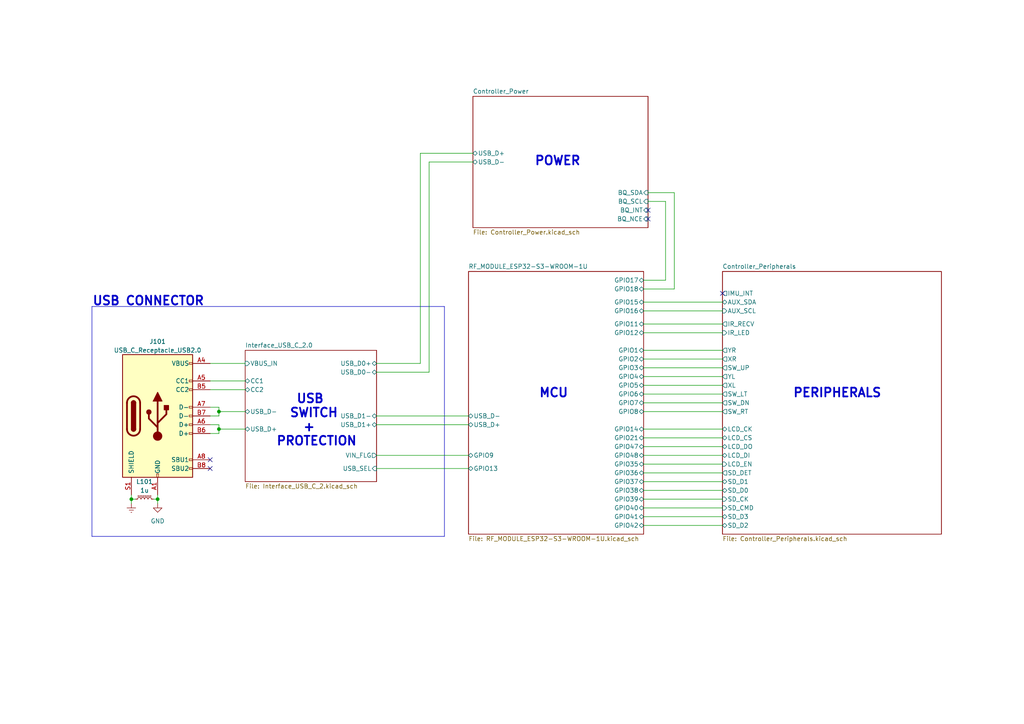
<source format=kicad_sch>
(kicad_sch (version 20230121) (generator eeschema)

  (uuid dd898d74-703b-44be-9dae-d8d4095b7047)

  (paper "A4")

  (title_block
    (title "Controller")
    (date "2023-10-05")
    (rev "1.0")
    (company "sudo-junkie")
  )

  (lib_symbols
    (symbol "Connector:USB_C_Receptacle_USB2.0" (pin_names (offset 1.016)) (in_bom yes) (on_board yes)
      (property "Reference" "J" (at -10.16 19.05 0)
        (effects (font (size 1.27 1.27)) (justify left))
      )
      (property "Value" "USB_C_Receptacle_USB2.0" (at 19.05 19.05 0)
        (effects (font (size 1.27 1.27)) (justify right))
      )
      (property "Footprint" "" (at 3.81 0 0)
        (effects (font (size 1.27 1.27)) hide)
      )
      (property "Datasheet" "https://www.usb.org/sites/default/files/documents/usb_type-c.zip" (at 3.81 0 0)
        (effects (font (size 1.27 1.27)) hide)
      )
      (property "ki_keywords" "usb universal serial bus type-C USB2.0" (at 0 0 0)
        (effects (font (size 1.27 1.27)) hide)
      )
      (property "ki_description" "USB 2.0-only Type-C Receptacle connector" (at 0 0 0)
        (effects (font (size 1.27 1.27)) hide)
      )
      (property "ki_fp_filters" "USB*C*Receptacle*" (at 0 0 0)
        (effects (font (size 1.27 1.27)) hide)
      )
      (symbol "USB_C_Receptacle_USB2.0_0_0"
        (rectangle (start -0.254 -17.78) (end 0.254 -16.764)
          (stroke (width 0) (type default))
          (fill (type none))
        )
        (rectangle (start 10.16 -14.986) (end 9.144 -15.494)
          (stroke (width 0) (type default))
          (fill (type none))
        )
        (rectangle (start 10.16 -12.446) (end 9.144 -12.954)
          (stroke (width 0) (type default))
          (fill (type none))
        )
        (rectangle (start 10.16 -4.826) (end 9.144 -5.334)
          (stroke (width 0) (type default))
          (fill (type none))
        )
        (rectangle (start 10.16 -2.286) (end 9.144 -2.794)
          (stroke (width 0) (type default))
          (fill (type none))
        )
        (rectangle (start 10.16 0.254) (end 9.144 -0.254)
          (stroke (width 0) (type default))
          (fill (type none))
        )
        (rectangle (start 10.16 2.794) (end 9.144 2.286)
          (stroke (width 0) (type default))
          (fill (type none))
        )
        (rectangle (start 10.16 7.874) (end 9.144 7.366)
          (stroke (width 0) (type default))
          (fill (type none))
        )
        (rectangle (start 10.16 10.414) (end 9.144 9.906)
          (stroke (width 0) (type default))
          (fill (type none))
        )
        (rectangle (start 10.16 15.494) (end 9.144 14.986)
          (stroke (width 0) (type default))
          (fill (type none))
        )
      )
      (symbol "USB_C_Receptacle_USB2.0_0_1"
        (rectangle (start -10.16 17.78) (end 10.16 -17.78)
          (stroke (width 0.254) (type default))
          (fill (type background))
        )
        (arc (start -8.89 -3.81) (mid -6.985 -5.7067) (end -5.08 -3.81)
          (stroke (width 0.508) (type default))
          (fill (type none))
        )
        (arc (start -7.62 -3.81) (mid -6.985 -4.4423) (end -6.35 -3.81)
          (stroke (width 0.254) (type default))
          (fill (type none))
        )
        (arc (start -7.62 -3.81) (mid -6.985 -4.4423) (end -6.35 -3.81)
          (stroke (width 0.254) (type default))
          (fill (type outline))
        )
        (rectangle (start -7.62 -3.81) (end -6.35 3.81)
          (stroke (width 0.254) (type default))
          (fill (type outline))
        )
        (arc (start -6.35 3.81) (mid -6.985 4.4423) (end -7.62 3.81)
          (stroke (width 0.254) (type default))
          (fill (type none))
        )
        (arc (start -6.35 3.81) (mid -6.985 4.4423) (end -7.62 3.81)
          (stroke (width 0.254) (type default))
          (fill (type outline))
        )
        (arc (start -5.08 3.81) (mid -6.985 5.7067) (end -8.89 3.81)
          (stroke (width 0.508) (type default))
          (fill (type none))
        )
        (circle (center -2.54 1.143) (radius 0.635)
          (stroke (width 0.254) (type default))
          (fill (type outline))
        )
        (circle (center 0 -5.842) (radius 1.27)
          (stroke (width 0) (type default))
          (fill (type outline))
        )
        (polyline
          (pts
            (xy -8.89 -3.81)
            (xy -8.89 3.81)
          )
          (stroke (width 0.508) (type default))
          (fill (type none))
        )
        (polyline
          (pts
            (xy -5.08 3.81)
            (xy -5.08 -3.81)
          )
          (stroke (width 0.508) (type default))
          (fill (type none))
        )
        (polyline
          (pts
            (xy 0 -5.842)
            (xy 0 4.318)
          )
          (stroke (width 0.508) (type default))
          (fill (type none))
        )
        (polyline
          (pts
            (xy 0 -3.302)
            (xy -2.54 -0.762)
            (xy -2.54 0.508)
          )
          (stroke (width 0.508) (type default))
          (fill (type none))
        )
        (polyline
          (pts
            (xy 0 -2.032)
            (xy 2.54 0.508)
            (xy 2.54 1.778)
          )
          (stroke (width 0.508) (type default))
          (fill (type none))
        )
        (polyline
          (pts
            (xy -1.27 4.318)
            (xy 0 6.858)
            (xy 1.27 4.318)
            (xy -1.27 4.318)
          )
          (stroke (width 0.254) (type default))
          (fill (type outline))
        )
        (rectangle (start 1.905 1.778) (end 3.175 3.048)
          (stroke (width 0.254) (type default))
          (fill (type outline))
        )
      )
      (symbol "USB_C_Receptacle_USB2.0_1_1"
        (pin passive line (at 0 -22.86 90) (length 5.08)
          (name "GND" (effects (font (size 1.27 1.27))))
          (number "A1" (effects (font (size 1.27 1.27))))
        )
        (pin passive line (at 0 -22.86 90) (length 5.08) hide
          (name "GND" (effects (font (size 1.27 1.27))))
          (number "A12" (effects (font (size 1.27 1.27))))
        )
        (pin passive line (at 15.24 15.24 180) (length 5.08)
          (name "VBUS" (effects (font (size 1.27 1.27))))
          (number "A4" (effects (font (size 1.27 1.27))))
        )
        (pin bidirectional line (at 15.24 10.16 180) (length 5.08)
          (name "CC1" (effects (font (size 1.27 1.27))))
          (number "A5" (effects (font (size 1.27 1.27))))
        )
        (pin bidirectional line (at 15.24 -2.54 180) (length 5.08)
          (name "D+" (effects (font (size 1.27 1.27))))
          (number "A6" (effects (font (size 1.27 1.27))))
        )
        (pin bidirectional line (at 15.24 2.54 180) (length 5.08)
          (name "D-" (effects (font (size 1.27 1.27))))
          (number "A7" (effects (font (size 1.27 1.27))))
        )
        (pin bidirectional line (at 15.24 -12.7 180) (length 5.08)
          (name "SBU1" (effects (font (size 1.27 1.27))))
          (number "A8" (effects (font (size 1.27 1.27))))
        )
        (pin passive line (at 15.24 15.24 180) (length 5.08) hide
          (name "VBUS" (effects (font (size 1.27 1.27))))
          (number "A9" (effects (font (size 1.27 1.27))))
        )
        (pin passive line (at 0 -22.86 90) (length 5.08) hide
          (name "GND" (effects (font (size 1.27 1.27))))
          (number "B1" (effects (font (size 1.27 1.27))))
        )
        (pin passive line (at 0 -22.86 90) (length 5.08) hide
          (name "GND" (effects (font (size 1.27 1.27))))
          (number "B12" (effects (font (size 1.27 1.27))))
        )
        (pin passive line (at 15.24 15.24 180) (length 5.08) hide
          (name "VBUS" (effects (font (size 1.27 1.27))))
          (number "B4" (effects (font (size 1.27 1.27))))
        )
        (pin bidirectional line (at 15.24 7.62 180) (length 5.08)
          (name "CC2" (effects (font (size 1.27 1.27))))
          (number "B5" (effects (font (size 1.27 1.27))))
        )
        (pin bidirectional line (at 15.24 -5.08 180) (length 5.08)
          (name "D+" (effects (font (size 1.27 1.27))))
          (number "B6" (effects (font (size 1.27 1.27))))
        )
        (pin bidirectional line (at 15.24 0 180) (length 5.08)
          (name "D-" (effects (font (size 1.27 1.27))))
          (number "B7" (effects (font (size 1.27 1.27))))
        )
        (pin bidirectional line (at 15.24 -15.24 180) (length 5.08)
          (name "SBU2" (effects (font (size 1.27 1.27))))
          (number "B8" (effects (font (size 1.27 1.27))))
        )
        (pin passive line (at 15.24 15.24 180) (length 5.08) hide
          (name "VBUS" (effects (font (size 1.27 1.27))))
          (number "B9" (effects (font (size 1.27 1.27))))
        )
        (pin passive line (at -7.62 -22.86 90) (length 5.08)
          (name "SHIELD" (effects (font (size 1.27 1.27))))
          (number "S1" (effects (font (size 1.27 1.27))))
        )
      )
    )
    (symbol "Device:L_Ferrite_Small" (pin_numbers hide) (pin_names (offset 0.254) hide) (in_bom yes) (on_board yes)
      (property "Reference" "L" (at 1.27 1.016 0)
        (effects (font (size 1.27 1.27)) (justify left))
      )
      (property "Value" "L_Ferrite_Small" (at 1.27 -1.27 0)
        (effects (font (size 1.27 1.27)) (justify left))
      )
      (property "Footprint" "" (at 0 0 0)
        (effects (font (size 1.27 1.27)) hide)
      )
      (property "Datasheet" "~" (at 0 0 0)
        (effects (font (size 1.27 1.27)) hide)
      )
      (property "ki_keywords" "inductor choke coil reactor magnetic" (at 0 0 0)
        (effects (font (size 1.27 1.27)) hide)
      )
      (property "ki_description" "Inductor with ferrite core, small symbol" (at 0 0 0)
        (effects (font (size 1.27 1.27)) hide)
      )
      (property "ki_fp_filters" "Choke_* *Coil* Inductor_* L_*" (at 0 0 0)
        (effects (font (size 1.27 1.27)) hide)
      )
      (symbol "L_Ferrite_Small_0_1"
        (arc (start 0 -2.032) (mid 0.5058 -1.524) (end 0 -1.016)
          (stroke (width 0) (type default))
          (fill (type none))
        )
        (arc (start 0 -1.016) (mid 0.5058 -0.508) (end 0 0)
          (stroke (width 0) (type default))
          (fill (type none))
        )
        (polyline
          (pts
            (xy 0.762 -1.905)
            (xy 0.762 -1.651)
          )
          (stroke (width 0) (type default))
          (fill (type none))
        )
        (polyline
          (pts
            (xy 0.762 -1.397)
            (xy 0.762 -1.143)
          )
          (stroke (width 0) (type default))
          (fill (type none))
        )
        (polyline
          (pts
            (xy 0.762 -0.889)
            (xy 0.762 -0.635)
          )
          (stroke (width 0) (type default))
          (fill (type none))
        )
        (polyline
          (pts
            (xy 0.762 -0.381)
            (xy 0.762 -0.127)
          )
          (stroke (width 0) (type default))
          (fill (type none))
        )
        (polyline
          (pts
            (xy 0.762 0.127)
            (xy 0.762 0.381)
          )
          (stroke (width 0) (type default))
          (fill (type none))
        )
        (polyline
          (pts
            (xy 0.762 0.635)
            (xy 0.762 0.889)
          )
          (stroke (width 0) (type default))
          (fill (type none))
        )
        (polyline
          (pts
            (xy 0.762 1.143)
            (xy 0.762 1.397)
          )
          (stroke (width 0) (type default))
          (fill (type none))
        )
        (polyline
          (pts
            (xy 0.762 1.651)
            (xy 0.762 1.905)
          )
          (stroke (width 0) (type default))
          (fill (type none))
        )
        (polyline
          (pts
            (xy 1.016 -1.651)
            (xy 1.016 -1.905)
          )
          (stroke (width 0) (type default))
          (fill (type none))
        )
        (polyline
          (pts
            (xy 1.016 -1.143)
            (xy 1.016 -1.397)
          )
          (stroke (width 0) (type default))
          (fill (type none))
        )
        (polyline
          (pts
            (xy 1.016 -0.635)
            (xy 1.016 -0.889)
          )
          (stroke (width 0) (type default))
          (fill (type none))
        )
        (polyline
          (pts
            (xy 1.016 -0.127)
            (xy 1.016 -0.381)
          )
          (stroke (width 0) (type default))
          (fill (type none))
        )
        (polyline
          (pts
            (xy 1.016 0.381)
            (xy 1.016 0.127)
          )
          (stroke (width 0) (type default))
          (fill (type none))
        )
        (polyline
          (pts
            (xy 1.016 0.889)
            (xy 1.016 0.635)
          )
          (stroke (width 0) (type default))
          (fill (type none))
        )
        (polyline
          (pts
            (xy 1.016 1.397)
            (xy 1.016 1.143)
          )
          (stroke (width 0) (type default))
          (fill (type none))
        )
        (polyline
          (pts
            (xy 1.016 1.905)
            (xy 1.016 1.651)
          )
          (stroke (width 0) (type default))
          (fill (type none))
        )
        (arc (start 0 0) (mid 0.5058 0.508) (end 0 1.016)
          (stroke (width 0) (type default))
          (fill (type none))
        )
        (arc (start 0 1.016) (mid 0.5058 1.524) (end 0 2.032)
          (stroke (width 0) (type default))
          (fill (type none))
        )
      )
      (symbol "L_Ferrite_Small_1_1"
        (pin passive line (at 0 2.54 270) (length 0.508)
          (name "~" (effects (font (size 1.27 1.27))))
          (number "1" (effects (font (size 1.27 1.27))))
        )
        (pin passive line (at 0 -2.54 90) (length 0.508)
          (name "~" (effects (font (size 1.27 1.27))))
          (number "2" (effects (font (size 1.27 1.27))))
        )
      )
    )
    (symbol "power:Earth" (power) (pin_names (offset 0)) (in_bom yes) (on_board yes)
      (property "Reference" "#PWR" (at 0 -6.35 0)
        (effects (font (size 1.27 1.27)) hide)
      )
      (property "Value" "Earth" (at 0 -3.81 0)
        (effects (font (size 1.27 1.27)) hide)
      )
      (property "Footprint" "" (at 0 0 0)
        (effects (font (size 1.27 1.27)) hide)
      )
      (property "Datasheet" "~" (at 0 0 0)
        (effects (font (size 1.27 1.27)) hide)
      )
      (property "ki_keywords" "global ground gnd" (at 0 0 0)
        (effects (font (size 1.27 1.27)) hide)
      )
      (property "ki_description" "Power symbol creates a global label with name \"Earth\"" (at 0 0 0)
        (effects (font (size 1.27 1.27)) hide)
      )
      (symbol "Earth_0_1"
        (polyline
          (pts
            (xy -0.635 -1.905)
            (xy 0.635 -1.905)
          )
          (stroke (width 0) (type default))
          (fill (type none))
        )
        (polyline
          (pts
            (xy -0.127 -2.54)
            (xy 0.127 -2.54)
          )
          (stroke (width 0) (type default))
          (fill (type none))
        )
        (polyline
          (pts
            (xy 0 -1.27)
            (xy 0 0)
          )
          (stroke (width 0) (type default))
          (fill (type none))
        )
        (polyline
          (pts
            (xy 1.27 -1.27)
            (xy -1.27 -1.27)
          )
          (stroke (width 0) (type default))
          (fill (type none))
        )
      )
      (symbol "Earth_1_1"
        (pin power_in line (at 0 0 270) (length 0) hide
          (name "Earth" (effects (font (size 1.27 1.27))))
          (number "1" (effects (font (size 1.27 1.27))))
        )
      )
    )
    (symbol "power:GND" (power) (pin_names (offset 0)) (in_bom yes) (on_board yes)
      (property "Reference" "#PWR" (at 0 -6.35 0)
        (effects (font (size 1.27 1.27)) hide)
      )
      (property "Value" "GND" (at 0 -3.81 0)
        (effects (font (size 1.27 1.27)))
      )
      (property "Footprint" "" (at 0 0 0)
        (effects (font (size 1.27 1.27)) hide)
      )
      (property "Datasheet" "" (at 0 0 0)
        (effects (font (size 1.27 1.27)) hide)
      )
      (property "ki_keywords" "global power" (at 0 0 0)
        (effects (font (size 1.27 1.27)) hide)
      )
      (property "ki_description" "Power symbol creates a global label with name \"GND\" , ground" (at 0 0 0)
        (effects (font (size 1.27 1.27)) hide)
      )
      (symbol "GND_0_1"
        (polyline
          (pts
            (xy 0 0)
            (xy 0 -1.27)
            (xy 1.27 -1.27)
            (xy 0 -2.54)
            (xy -1.27 -1.27)
            (xy 0 -1.27)
          )
          (stroke (width 0) (type default))
          (fill (type none))
        )
      )
      (symbol "GND_1_1"
        (pin power_in line (at 0 0 270) (length 0) hide
          (name "GND" (effects (font (size 1.27 1.27))))
          (number "1" (effects (font (size 1.27 1.27))))
        )
      )
    )
  )

  (junction (at 45.72 144.78) (diameter 0) (color 0 0 0 0)
    (uuid 206ab206-e7f1-47bf-9ad3-e723aaece526)
  )
  (junction (at 38.1 144.78) (diameter 0) (color 0 0 0 0)
    (uuid 7446ec73-caa1-4c10-8e7d-8ba904403b76)
  )
  (junction (at 63.5 119.38) (diameter 0) (color 0 0 0 0)
    (uuid 9b2aff55-0d89-4271-a453-4c01e18ffd6a)
  )
  (junction (at 63.5 124.46) (diameter 0) (color 0 0 0 0)
    (uuid f548ab24-2953-40d0-b9f7-5fb0581293ac)
  )

  (no_connect (at 187.96 63.5) (uuid 2161b6a7-9e97-4fa8-97c3-2fe2008f40aa))
  (no_connect (at 187.96 60.96) (uuid 6466ec17-7c42-4de6-be74-1ba0c8f9b524))
  (no_connect (at 60.96 133.35) (uuid 8e548c75-e207-47a3-88a3-a8e35e235bc4))
  (no_connect (at 60.96 135.89) (uuid 916ac81f-673a-47d5-a3c4-75b74b7dd94d))
  (no_connect (at 209.55 85.09) (uuid f93ce9f6-edfe-49f6-b485-b7466d3599d3))

  (wire (pts (xy 121.92 44.45) (xy 137.16 44.45))
    (stroke (width 0) (type default))
    (uuid 01bafe5c-1f39-4f6e-81e6-dd98e19f94ce)
  )
  (wire (pts (xy 60.96 123.19) (xy 63.5 123.19))
    (stroke (width 0) (type default))
    (uuid 0ec654bd-207d-4c09-935d-cf2e1b297d24)
  )
  (polyline (pts (xy 128.905 155.575) (xy 128.905 88.9))
    (stroke (width 0) (type default))
    (uuid 16df5208-a37d-4c56-8999-566216ea015b)
  )
  (polyline (pts (xy 26.67 155.575) (xy 128.905 155.575))
    (stroke (width 0) (type default))
    (uuid 1d4f63cb-f061-4ffd-83f1-58e0c83dd132)
  )

  (wire (pts (xy 195.58 55.88) (xy 195.58 83.82))
    (stroke (width 0) (type default))
    (uuid 2bf8e350-a9d5-49ae-a81c-ecf263807cab)
  )
  (wire (pts (xy 195.58 83.82) (xy 186.69 83.82))
    (stroke (width 0) (type default))
    (uuid 2e9fb2a0-8ff5-498e-8fe2-cbee565237ac)
  )
  (wire (pts (xy 38.1 143.51) (xy 38.1 144.78))
    (stroke (width 0) (type default))
    (uuid 2fa3db00-b8e4-49cf-a999-ec1bc8b0154a)
  )
  (wire (pts (xy 109.22 123.19) (xy 135.89 123.19))
    (stroke (width 0) (type default))
    (uuid 3c29dd16-6e66-4a05-9d1a-d188f33bb491)
  )
  (wire (pts (xy 186.69 93.98) (xy 209.55 93.98))
    (stroke (width 0) (type default))
    (uuid 40e32680-45a5-4d83-a97f-7b7b0fd3694d)
  )
  (wire (pts (xy 186.69 104.14) (xy 209.55 104.14))
    (stroke (width 0) (type default))
    (uuid 42b302ab-b8bb-4913-b8e0-74cb776f81b3)
  )
  (wire (pts (xy 63.5 119.38) (xy 71.12 119.38))
    (stroke (width 0) (type default))
    (uuid 449cf7cb-f265-4cf6-8950-2257e843bcba)
  )
  (wire (pts (xy 186.69 134.62) (xy 209.55 134.62))
    (stroke (width 0) (type default))
    (uuid 44b5032f-cc1e-4cf7-92c6-6607ca00d217)
  )
  (wire (pts (xy 186.69 119.38) (xy 209.55 119.38))
    (stroke (width 0) (type default))
    (uuid 46fa62bd-bcaa-41e2-a1da-bcf02ea0c753)
  )
  (wire (pts (xy 193.04 58.42) (xy 193.04 81.28))
    (stroke (width 0) (type default))
    (uuid 4a39abfc-2e11-4eef-bc02-08c0884d3862)
  )
  (wire (pts (xy 38.1 144.78) (xy 38.1 146.05))
    (stroke (width 0) (type default))
    (uuid 4ea730cf-5817-495c-93f5-6a5b1c266c09)
  )
  (wire (pts (xy 38.1 144.78) (xy 39.37 144.78))
    (stroke (width 0) (type default))
    (uuid 5209e73e-3c9a-4ada-ad8d-ccb54ea1407f)
  )
  (wire (pts (xy 45.72 144.78) (xy 45.72 146.05))
    (stroke (width 0) (type default))
    (uuid 52b39b2d-edd9-4283-ba32-e465361e5a5f)
  )
  (wire (pts (xy 186.69 137.16) (xy 209.55 137.16))
    (stroke (width 0) (type default))
    (uuid 54265c9c-71ec-460f-b86d-5ca76be72d27)
  )
  (wire (pts (xy 60.96 105.41) (xy 71.12 105.41))
    (stroke (width 0) (type default))
    (uuid 5c25620d-39a9-41e9-9f9f-4fba362341e3)
  )
  (wire (pts (xy 44.45 144.78) (xy 45.72 144.78))
    (stroke (width 0) (type default))
    (uuid 5c8b4175-ba6d-4e04-b000-5f3d3e8b8cb5)
  )
  (wire (pts (xy 186.69 132.08) (xy 209.55 132.08))
    (stroke (width 0) (type default))
    (uuid 5d802b54-18b7-489d-a682-8e52e2e9540e)
  )
  (wire (pts (xy 60.96 120.65) (xy 63.5 120.65))
    (stroke (width 0) (type default))
    (uuid 5ee408d6-8e44-4b6d-aadd-7bb01c4edd92)
  )
  (wire (pts (xy 186.69 90.17) (xy 209.55 90.17))
    (stroke (width 0) (type default))
    (uuid 62f77ab4-ffc0-4272-9c17-d4ac5b0df8a9)
  )
  (polyline (pts (xy 128.905 88.9) (xy 26.67 88.9))
    (stroke (width 0) (type default))
    (uuid 7134b598-ef73-416d-b1f7-1d86c956d982)
  )

  (wire (pts (xy 186.69 127) (xy 209.55 127))
    (stroke (width 0) (type default))
    (uuid 750846ab-1c0b-450f-8a51-ba68dda7a046)
  )
  (wire (pts (xy 63.5 124.46) (xy 63.5 125.73))
    (stroke (width 0) (type default))
    (uuid 765c871c-7f84-4092-adb4-707f2cfdf674)
  )
  (wire (pts (xy 186.69 142.24) (xy 209.55 142.24))
    (stroke (width 0) (type default))
    (uuid 7d8307d5-21fd-4ea4-b220-fd96c8de5d8f)
  )
  (wire (pts (xy 137.16 46.99) (xy 124.46 46.99))
    (stroke (width 0) (type default))
    (uuid 7f6144a3-1bd2-4c5f-ae2c-2c5388c3bd71)
  )
  (wire (pts (xy 121.92 105.41) (xy 121.92 44.45))
    (stroke (width 0) (type default))
    (uuid 8097bd67-0ddd-43a3-be5f-8ed134900d8c)
  )
  (wire (pts (xy 186.69 101.6) (xy 209.55 101.6))
    (stroke (width 0) (type default))
    (uuid 89493627-9c70-434f-a7a8-1115b5d41af7)
  )
  (wire (pts (xy 109.22 135.89) (xy 135.89 135.89))
    (stroke (width 0) (type default))
    (uuid 8b739d4f-62c7-4d8f-b4b9-e6f39bdde875)
  )
  (wire (pts (xy 124.46 107.95) (xy 109.22 107.95))
    (stroke (width 0) (type default))
    (uuid 8d58f63b-6f12-4292-9126-b87fcd091120)
  )
  (wire (pts (xy 63.5 124.46) (xy 71.12 124.46))
    (stroke (width 0) (type default))
    (uuid 8edaacae-cbee-4353-80f5-c1859ffd1571)
  )
  (wire (pts (xy 187.96 58.42) (xy 193.04 58.42))
    (stroke (width 0) (type default))
    (uuid 954b4a11-9ad0-44a4-b2bd-42ac50beccae)
  )
  (polyline (pts (xy 26.67 88.9) (xy 26.67 155.575))
    (stroke (width 0) (type default))
    (uuid 98ac741c-17ef-4b04-aa1b-bdb716ac2e20)
  )

  (wire (pts (xy 186.69 152.4) (xy 209.55 152.4))
    (stroke (width 0) (type default))
    (uuid 98e42c57-c1e9-44ad-bd15-a13aea411be9)
  )
  (wire (pts (xy 60.96 118.11) (xy 63.5 118.11))
    (stroke (width 0) (type default))
    (uuid 99b2235f-5a92-4b14-b30b-f3a384189e12)
  )
  (wire (pts (xy 63.5 123.19) (xy 63.5 124.46))
    (stroke (width 0) (type default))
    (uuid a2434b63-e84d-402c-af66-666a45aa7fa0)
  )
  (wire (pts (xy 186.69 129.54) (xy 209.55 129.54))
    (stroke (width 0) (type default))
    (uuid a33be9ec-4d50-40a8-92d1-e3f2ef73c33d)
  )
  (wire (pts (xy 193.04 81.28) (xy 186.69 81.28))
    (stroke (width 0) (type default))
    (uuid a45f57e8-39ca-4720-856e-1c4e91f58cc1)
  )
  (wire (pts (xy 186.69 124.46) (xy 209.55 124.46))
    (stroke (width 0) (type default))
    (uuid a47774fd-c096-4349-938e-ddceefec5745)
  )
  (wire (pts (xy 60.96 110.49) (xy 71.12 110.49))
    (stroke (width 0) (type default))
    (uuid a5429b78-5d60-4a55-9589-20947d83fe68)
  )
  (wire (pts (xy 186.69 114.3) (xy 209.55 114.3))
    (stroke (width 0) (type default))
    (uuid aa83c011-63c2-431f-a677-f2e9a87b3854)
  )
  (wire (pts (xy 186.69 96.52) (xy 209.55 96.52))
    (stroke (width 0) (type default))
    (uuid aafe3662-f285-4c47-93a8-cd5b756121ff)
  )
  (wire (pts (xy 63.5 120.65) (xy 63.5 119.38))
    (stroke (width 0) (type default))
    (uuid ac2966ac-ab20-428f-8a2c-de334ebf4f10)
  )
  (wire (pts (xy 109.22 120.65) (xy 135.89 120.65))
    (stroke (width 0) (type default))
    (uuid ba486d6a-f4cd-4987-86f9-276b6105a542)
  )
  (wire (pts (xy 186.69 109.22) (xy 209.55 109.22))
    (stroke (width 0) (type default))
    (uuid c15a0405-dfda-473f-8f54-bb232e801109)
  )
  (wire (pts (xy 186.69 147.32) (xy 209.55 147.32))
    (stroke (width 0) (type default))
    (uuid c50ea35e-6dc1-43a5-aeb1-609b5c7da4d0)
  )
  (wire (pts (xy 187.96 55.88) (xy 195.58 55.88))
    (stroke (width 0) (type default))
    (uuid c63cf4e7-9871-4949-865e-f90c3788b7a3)
  )
  (wire (pts (xy 60.96 113.03) (xy 71.12 113.03))
    (stroke (width 0) (type default))
    (uuid c71bfa09-16c0-45e9-a58c-a0029aa50a8d)
  )
  (wire (pts (xy 186.69 106.68) (xy 209.55 106.68))
    (stroke (width 0) (type default))
    (uuid cc0fb41b-2b87-4877-a433-cfdb8156bc6b)
  )
  (wire (pts (xy 186.69 111.76) (xy 209.55 111.76))
    (stroke (width 0) (type default))
    (uuid cfe00a2f-f371-4480-8b7b-653c959ae1c1)
  )
  (wire (pts (xy 186.69 149.86) (xy 209.55 149.86))
    (stroke (width 0) (type default))
    (uuid cfe5399d-c686-4611-b115-3f0d13dddfcc)
  )
  (wire (pts (xy 186.69 139.7) (xy 209.55 139.7))
    (stroke (width 0) (type default))
    (uuid d48f898d-6747-4ace-baa3-b8aa50a7c20b)
  )
  (wire (pts (xy 124.46 46.99) (xy 124.46 107.95))
    (stroke (width 0) (type default))
    (uuid dab81c0a-39f9-41f4-909f-b539cc7449f2)
  )
  (wire (pts (xy 63.5 119.38) (xy 63.5 118.11))
    (stroke (width 0) (type default))
    (uuid db3adb97-4081-4d9a-90af-f191b08593a1)
  )
  (wire (pts (xy 63.5 125.73) (xy 60.96 125.73))
    (stroke (width 0) (type default))
    (uuid de8f90ee-3d87-4d5e-ac59-89838cfbc032)
  )
  (wire (pts (xy 186.69 116.84) (xy 209.55 116.84))
    (stroke (width 0) (type default))
    (uuid deb4ab06-fc7f-48f8-b9eb-44557ff15eac)
  )
  (wire (pts (xy 186.69 87.63) (xy 209.55 87.63))
    (stroke (width 0) (type default))
    (uuid e44110a5-e826-4d49-934e-eb3d2c962e41)
  )
  (wire (pts (xy 109.22 105.41) (xy 121.92 105.41))
    (stroke (width 0) (type default))
    (uuid e55132fe-7218-4d24-afbb-f02b21fad3ee)
  )
  (wire (pts (xy 186.69 144.78) (xy 209.55 144.78))
    (stroke (width 0) (type default))
    (uuid f5fe961b-5a1b-4f46-8a23-f42b7b39e947)
  )
  (wire (pts (xy 109.22 132.08) (xy 135.89 132.08))
    (stroke (width 0) (type default))
    (uuid fca8626e-113b-42f1-b2d8-a13d8c502762)
  )
  (wire (pts (xy 45.72 143.51) (xy 45.72 144.78))
    (stroke (width 0) (type default))
    (uuid fd2824df-5510-4592-9942-5b4d9d7f5b89)
  )

  (text "USB CONNECTOR" (at 26.67 88.9 0)
    (effects (font (size 2.54 2.54) bold) (justify left bottom))
    (uuid 54576a62-e96f-4da0-9181-571e6748a96e)
  )
  (text "PERIPHERALS" (at 229.87 115.57 0)
    (effects (font (size 2.54 2.54) bold) (justify left bottom))
    (uuid b9170641-6f5e-4fca-bd63-bd4e17407bd3)
  )
  (text "   USB\n  SWITCH\n    +\nPROTECTION" (at 80.01 129.54 0)
    (effects (font (size 2.54 2.54) bold) (justify left bottom))
    (uuid c5e6d011-3ae5-4243-8bac-9710433efcfa)
  )
  (text "POWER\n" (at 154.94 48.26 0)
    (effects (font (size 2.54 2.54) bold) (justify left bottom))
    (uuid f07da573-96ca-418b-aa69-e6a3116e7546)
  )
  (text "MCU" (at 156.21 115.57 0)
    (effects (font (size 2.54 2.54) bold) (justify left bottom))
    (uuid f7f6b73a-bd23-4909-9d98-b26ab1115339)
  )

  (symbol (lib_id "Connector:USB_C_Receptacle_USB2.0") (at 45.72 120.65 0) (unit 1)
    (in_bom yes) (on_board yes) (dnp no) (fields_autoplaced)
    (uuid 09bd21e5-77ba-49e5-907b-ea3d48aeb77d)
    (property "Reference" "J101" (at 45.72 99.06 0)
      (effects (font (size 1.27 1.27)))
    )
    (property "Value" "USB_C_Receptacle_USB2.0" (at 45.72 101.6 0)
      (effects (font (size 1.27 1.27)))
    )
    (property "Footprint" "Connector_USB:USB_C_Receptacle_JAE_DX07S016JA1R1500" (at 49.53 120.65 0)
      (effects (font (size 1.27 1.27)) hide)
    )
    (property "Datasheet" "https://www.usb.org/sites/default/files/documents/usb_type-c.zip" (at 49.53 120.65 0)
      (effects (font (size 1.27 1.27)) hide)
    )
    (property "MPN" "TYPE-C 16P QTWT" (at 45.72 120.65 0)
      (effects (font (size 1.27 1.27)) hide)
    )
    (property "MANUFACTURER" "SHOU HAN" (at 45.72 120.65 0)
      (effects (font (size 1.27 1.27)) hide)
    )
    (property "UNIT PRICE" "0.0662" (at 45.72 120.65 0)
      (effects (font (size 1.27 1.27)) hide)
    )
    (property "JLCPCB #" "C5187472" (at 45.72 120.65 0)
      (effects (font (size 1.27 1.27)) hide)
    )
    (property "VENDOR" "LCSC" (at 45.72 120.65 0)
      (effects (font (size 1.27 1.27)) hide)
    )
    (pin "A1" (uuid afd3d44b-34db-43d4-89b9-28710734f76b))
    (pin "A12" (uuid c751726b-ec9b-4924-9d02-e6250860d4d1))
    (pin "A4" (uuid 63bdf12e-99d3-4b63-9ab6-5ae116f56a89))
    (pin "A5" (uuid 14f84639-33c3-4da1-b394-1dd244752f10))
    (pin "A6" (uuid 09f7884b-bbed-422f-b3b0-ab00fdd3607c))
    (pin "A7" (uuid a1462dc3-9471-4f8f-98a8-b38c9b7c595b))
    (pin "A8" (uuid c75f1631-d6d3-481e-ad62-06f18de2f5b4))
    (pin "A9" (uuid cd56d8e2-5fd3-4b24-bd82-39f8653fab31))
    (pin "B1" (uuid 5b5733dc-a578-4277-8881-329f65d8cc21))
    (pin "B12" (uuid ef488347-4e32-4431-9788-590749663ba8))
    (pin "B4" (uuid 59d4d739-3679-40a6-b2bb-89337015596d))
    (pin "B5" (uuid ef1d75c7-3cf2-4440-a7af-484e7d9f55b1))
    (pin "B6" (uuid 17760c54-a809-4a3e-9ad2-55e5f0ebdcfc))
    (pin "B7" (uuid 7a6e7371-5bc3-41da-8297-c48e3f5ffcac))
    (pin "B8" (uuid 306e83b2-7288-4808-96a5-f421f02f432c))
    (pin "B9" (uuid 6bcf67f2-2238-432f-8587-cdef4c11b41d))
    (pin "S1" (uuid aff4ba59-6d82-4845-a77b-2ff0862f1c0d))
    (instances
      (project "Controller"
        (path "/dd898d74-703b-44be-9dae-d8d4095b7047"
          (reference "J101") (unit 1)
        )
      )
      (project "Atego_Nano"
        (path "/f0d70477-67e1-4b14-aebd-2138d55a5d0c"
          (reference "J101") (unit 1)
        )
      )
    )
  )

  (symbol (lib_id "Device:L_Ferrite_Small") (at 41.91 144.78 90) (unit 1)
    (in_bom yes) (on_board yes) (dnp no) (fields_autoplaced)
    (uuid 5f4b6c03-1873-4b79-8c3a-69ad604ec980)
    (property "Reference" "L101" (at 41.91 139.7 90)
      (effects (font (size 1.27 1.27)))
    )
    (property "Value" "1u" (at 41.91 142.24 90)
      (effects (font (size 1.27 1.27)))
    )
    (property "Footprint" "Inductor_SMD:L_0402_1005Metric" (at 41.91 144.78 0)
      (effects (font (size 1.27 1.27)) hide)
    )
    (property "Datasheet" "~" (at 41.91 144.78 0)
      (effects (font (size 1.27 1.27)) hide)
    )
    (property "MPN" "SDFL1005Q1R0KTF" (at 41.91 144.78 0)
      (effects (font (size 1.27 1.27)) hide)
    )
    (property "MANUFACTURER" "Sunlord" (at 41.91 144.78 0)
      (effects (font (size 1.27 1.27)) hide)
    )
    (property "UNIT PRICE" "0.0095" (at 41.91 144.78 0)
      (effects (font (size 1.27 1.27)) hide)
    )
    (property "JLCPCB #" "C84468" (at 41.91 144.78 0)
      (effects (font (size 1.27 1.27)) hide)
    )
    (property "VENDOR" "LCSC" (at 41.91 144.78 0)
      (effects (font (size 1.27 1.27)) hide)
    )
    (pin "1" (uuid 2b9f458f-4a31-4b2a-901e-3f4984a7ff58))
    (pin "2" (uuid 8b75ea9a-19e8-424f-84d5-2f8b08a11a4d))
    (instances
      (project "Controller"
        (path "/dd898d74-703b-44be-9dae-d8d4095b7047"
          (reference "L101") (unit 1)
        )
      )
      (project "Atego_Nano"
        (path "/f0d70477-67e1-4b14-aebd-2138d55a5d0c"
          (reference "L102") (unit 1)
        )
      )
    )
  )

  (symbol (lib_id "power:GND") (at 45.72 146.05 0) (unit 1)
    (in_bom yes) (on_board yes) (dnp no) (fields_autoplaced)
    (uuid 694bac86-a0d9-45aa-a1d4-dca5c0106d63)
    (property "Reference" "#PWR0102" (at 45.72 152.4 0)
      (effects (font (size 1.27 1.27)) hide)
    )
    (property "Value" "GND" (at 45.72 151.13 0)
      (effects (font (size 1.27 1.27)))
    )
    (property "Footprint" "" (at 45.72 146.05 0)
      (effects (font (size 1.27 1.27)) hide)
    )
    (property "Datasheet" "" (at 45.72 146.05 0)
      (effects (font (size 1.27 1.27)) hide)
    )
    (pin "1" (uuid ee1db98b-906e-4c6a-b82e-6d23da4c5051))
    (instances
      (project "Controller"
        (path "/dd898d74-703b-44be-9dae-d8d4095b7047"
          (reference "#PWR0102") (unit 1)
        )
      )
      (project "Atego_Nano"
        (path "/f0d70477-67e1-4b14-aebd-2138d55a5d0c"
          (reference "#PWR0111") (unit 1)
        )
      )
    )
  )

  (symbol (lib_id "power:Earth") (at 38.1 146.05 0) (unit 1)
    (in_bom yes) (on_board yes) (dnp no) (fields_autoplaced)
    (uuid aa5c73f9-6c5a-4bb0-bf3b-885a3536bd72)
    (property "Reference" "#PWR0101" (at 38.1 152.4 0)
      (effects (font (size 1.27 1.27)) hide)
    )
    (property "Value" "Earth" (at 38.1 149.86 0)
      (effects (font (size 1.27 1.27)) hide)
    )
    (property "Footprint" "" (at 38.1 146.05 0)
      (effects (font (size 1.27 1.27)) hide)
    )
    (property "Datasheet" "~" (at 38.1 146.05 0)
      (effects (font (size 1.27 1.27)) hide)
    )
    (pin "1" (uuid ffdd2ab5-0994-4cf3-a706-186287f812dd))
    (instances
      (project "Controller"
        (path "/dd898d74-703b-44be-9dae-d8d4095b7047"
          (reference "#PWR0101") (unit 1)
        )
      )
      (project "Atego_Nano"
        (path "/f0d70477-67e1-4b14-aebd-2138d55a5d0c"
          (reference "#PWR0110") (unit 1)
        )
      )
    )
  )

  (sheet (at 137.16 27.94) (size 50.8 38.1) (fields_autoplaced)
    (stroke (width 0.1524) (type solid))
    (fill (color 0 0 0 0.0000))
    (uuid 26609c9b-7a62-42ce-8341-1a0c253e271c)
    (property "Sheetname" "Controller_Power" (at 137.16 27.2284 0)
      (effects (font (size 1.27 1.27)) (justify left bottom))
    )
    (property "Sheetfile" "Controller_Power.kicad_sch" (at 137.16 66.6246 0)
      (effects (font (size 1.27 1.27)) (justify left top))
    )
    (pin "USB_D+" bidirectional (at 137.16 44.45 180)
      (effects (font (size 1.27 1.27)) (justify left))
      (uuid 39b34b27-fc72-49ee-892b-d990167822f2)
    )
    (pin "USB_D-" bidirectional (at 137.16 46.99 180)
      (effects (font (size 1.27 1.27)) (justify left))
      (uuid fbec8d5f-0602-4bbe-92c8-6e73bfaf6de7)
    )
    (pin "BQ_NCE" input (at 187.96 63.5 0)
      (effects (font (size 1.27 1.27)) (justify right))
      (uuid 8c01ce90-6d52-4947-b5ea-4e52947263c7)
    )
    (pin "BQ_INT" input (at 187.96 60.96 0)
      (effects (font (size 1.27 1.27)) (justify right))
      (uuid 84160945-47aa-4813-b681-78376cc7a95b)
    )
    (pin "BQ_SCL" input (at 187.96 58.42 0)
      (effects (font (size 1.27 1.27)) (justify right))
      (uuid 53fc2c22-9f6d-4649-a64e-ba352dd3a4b8)
    )
    (pin "BQ_SDA" input (at 187.96 55.88 0)
      (effects (font (size 1.27 1.27)) (justify right))
      (uuid 184c14bd-ae28-4905-b305-f375f0dccb72)
    )
    (instances
      (project "FishTail_v4"
        (path "/f4510e2e-79e5-4808-a70d-641ae566d6fa" (page "4"))
      )
      (project "Controller"
        (path "/dd898d74-703b-44be-9dae-d8d4095b7047" (page "3"))
      )
    )
  )

  (sheet (at 71.12 101.6) (size 38.1 38.1) (fields_autoplaced)
    (stroke (width 0.1524) (type solid))
    (fill (color 0 0 0 0.0000))
    (uuid 741b2e66-88f7-45f9-bbfe-ca259e751e9b)
    (property "Sheetname" "Interface_USB_C_2.0" (at 71.12 100.8884 0)
      (effects (font (size 1.27 1.27)) (justify left bottom))
    )
    (property "Sheetfile" "Interface_USB_C_2.kicad_sch" (at 71.12 140.2846 0)
      (effects (font (size 1.27 1.27)) (justify left top))
    )
    (pin "CC1" bidirectional (at 71.12 110.49 180)
      (effects (font (size 1.27 1.27)) (justify left))
      (uuid 5f42c924-47bc-4231-9e7b-97036c0022ab)
    )
    (pin "USB_D+" bidirectional (at 71.12 124.46 180)
      (effects (font (size 1.27 1.27)) (justify left))
      (uuid 3b8bd886-421c-48bc-8a2b-f62ddc4d0566)
    )
    (pin "CC2" bidirectional (at 71.12 113.03 180)
      (effects (font (size 1.27 1.27)) (justify left))
      (uuid 0ff36a6c-5f9a-4cc7-98ea-c8782fb225c5)
    )
    (pin "USB_SEL" input (at 109.22 135.89 0)
      (effects (font (size 1.27 1.27)) (justify right))
      (uuid 574fce17-c2b8-4cd4-9144-d245039aa72a)
    )
    (pin "USB_D0+" bidirectional (at 109.22 105.41 0)
      (effects (font (size 1.27 1.27)) (justify right))
      (uuid cbbc4bfa-5933-4a93-8f2f-750d2a41529e)
    )
    (pin "USB_D1-" bidirectional (at 109.22 120.65 0)
      (effects (font (size 1.27 1.27)) (justify right))
      (uuid ad9ac8ef-8e7b-4655-b670-087871487530)
    )
    (pin "USB_D0-" bidirectional (at 109.22 107.95 0)
      (effects (font (size 1.27 1.27)) (justify right))
      (uuid a6eefafa-6c55-48c8-83d5-e6be6625183f)
    )
    (pin "USB_D1+" bidirectional (at 109.22 123.19 0)
      (effects (font (size 1.27 1.27)) (justify right))
      (uuid 148180c9-ba39-4eb1-bfea-849fd968a62a)
    )
    (pin "USB_D-" bidirectional (at 71.12 119.38 180)
      (effects (font (size 1.27 1.27)) (justify left))
      (uuid 2f50eb78-ebd0-4b2e-8be2-6169280a76cd)
    )
    (pin "VBUS_IN" input (at 71.12 105.41 180)
      (effects (font (size 1.27 1.27)) (justify left))
      (uuid e0920473-ab63-4cbd-a9e5-cedfdab1591d)
    )
    (pin "VIN_FLG" output (at 109.22 132.08 0)
      (effects (font (size 1.27 1.27)) (justify right))
      (uuid 9a6891b9-a539-4513-ba23-a5f4e29457e5)
    )
    (instances
      (project "Controller"
        (path "/dd898d74-703b-44be-9dae-d8d4095b7047" (page "2"))
      )
    )
  )

  (sheet (at 209.55 78.74) (size 63.5 76.2) (fields_autoplaced)
    (stroke (width 0.1524) (type solid))
    (fill (color 0 0 0 0.0000))
    (uuid 74e93fac-ee3e-4668-9235-3bbe8f00fdc1)
    (property "Sheetname" "Controller_Peripherals" (at 209.55 78.0284 0)
      (effects (font (size 1.27 1.27)) (justify left bottom))
    )
    (property "Sheetfile" "Controller_Peripherals.kicad_sch" (at 209.55 155.5246 0)
      (effects (font (size 1.27 1.27)) (justify left top))
    )
    (pin "SW_UP" output (at 209.55 106.68 180)
      (effects (font (size 1.27 1.27)) (justify left))
      (uuid fc9d0b67-d7a9-413c-89c9-33b0220238e2)
    )
    (pin "SW_DN" output (at 209.55 116.84 180)
      (effects (font (size 1.27 1.27)) (justify left))
      (uuid 7814cab7-38bd-4c82-9908-174dccc779dd)
    )
    (pin "SW_RT" output (at 209.55 119.38 180)
      (effects (font (size 1.27 1.27)) (justify left))
      (uuid ea3714b2-68c4-4609-bd36-d0a496cc9850)
    )
    (pin "SW_LT" output (at 209.55 114.3 180)
      (effects (font (size 1.27 1.27)) (justify left))
      (uuid bb363f6f-a64e-48c6-b318-0a2fd19509a4)
    )
    (pin "AUX_SCL" input (at 209.55 90.17 180)
      (effects (font (size 1.27 1.27)) (justify left))
      (uuid 4ac87818-7357-47a1-95f7-2da16011a5cc)
    )
    (pin "IMU_INT" output (at 209.55 85.09 180)
      (effects (font (size 1.27 1.27)) (justify left))
      (uuid ca7e2871-0dcc-4bd7-89f9-e21662481c51)
    )
    (pin "AUX_SDA" bidirectional (at 209.55 87.63 180)
      (effects (font (size 1.27 1.27)) (justify left))
      (uuid 0e7e7b77-09b4-43f2-8d95-d097af35e33a)
    )
    (pin "IR_RECV" output (at 209.55 93.98 180)
      (effects (font (size 1.27 1.27)) (justify left))
      (uuid 9b2f52f8-3aca-4f62-83e4-dc1a4af64e0b)
    )
    (pin "IR_LED" input (at 209.55 96.52 180)
      (effects (font (size 1.27 1.27)) (justify left))
      (uuid 2f625fa0-78b1-403d-80fd-4a0a3aac5359)
    )
    (pin "LCD_DO" bidirectional (at 209.55 129.54 180)
      (effects (font (size 1.27 1.27)) (justify left))
      (uuid bfa25b1c-77f9-4d8a-b82a-5684f9b7e8e5)
    )
    (pin "LCD_DI" bidirectional (at 209.55 132.08 180)
      (effects (font (size 1.27 1.27)) (justify left))
      (uuid 447bab43-adca-4501-a13e-31052a918dbd)
    )
    (pin "LCD_CK" bidirectional (at 209.55 124.46 180)
      (effects (font (size 1.27 1.27)) (justify left))
      (uuid e5fa2285-0dfe-4128-8b69-8456ed01e03d)
    )
    (pin "LCD_CS" bidirectional (at 209.55 127 180)
      (effects (font (size 1.27 1.27)) (justify left))
      (uuid 56fc1341-7682-45c2-a49c-21ec7a6e3750)
    )
    (pin "SD_D2" bidirectional (at 209.55 152.4 180)
      (effects (font (size 1.27 1.27)) (justify left))
      (uuid 3d557c81-2ab0-4eb6-a95f-c1b78b20abf5)
    )
    (pin "SD_D0" bidirectional (at 209.55 142.24 180)
      (effects (font (size 1.27 1.27)) (justify left))
      (uuid a81e9b75-fbc4-471a-8448-28986fd4d4b1)
    )
    (pin "SD_D1" bidirectional (at 209.55 139.7 180)
      (effects (font (size 1.27 1.27)) (justify left))
      (uuid f57c71de-6859-4b42-bdcc-86a58090dfb5)
    )
    (pin "SD_CK" input (at 209.55 144.78 180)
      (effects (font (size 1.27 1.27)) (justify left))
      (uuid 2dc30ab4-3902-496e-8a57-455727268103)
    )
    (pin "SD_D3" bidirectional (at 209.55 149.86 180)
      (effects (font (size 1.27 1.27)) (justify left))
      (uuid 4e5126cd-cefa-4245-bd9f-d65b9ada433e)
    )
    (pin "SD_CMD" input (at 209.55 147.32 180)
      (effects (font (size 1.27 1.27)) (justify left))
      (uuid 82e121b1-ca01-4e05-be3f-21e2226696cb)
    )
    (pin "SD_DET" output (at 209.55 137.16 180)
      (effects (font (size 1.27 1.27)) (justify left))
      (uuid 21dabb3d-521b-4c3b-bd34-2e7e17ccf4b2)
    )
    (pin "LCD_EN" input (at 209.55 134.62 180)
      (effects (font (size 1.27 1.27)) (justify left))
      (uuid 27e5711d-9c5a-4c13-b9dc-d2b34c562868)
    )
    (pin "XL" output (at 209.55 111.76 180)
      (effects (font (size 1.27 1.27)) (justify left))
      (uuid 91ce66de-ccc4-40d8-89d1-3652eb53b1e4)
    )
    (pin "YL" output (at 209.55 109.22 180)
      (effects (font (size 1.27 1.27)) (justify left))
      (uuid f4cc98b0-1bb2-435c-8491-f532fd33fe0a)
    )
    (pin "YR" output (at 209.55 101.6 180)
      (effects (font (size 1.27 1.27)) (justify left))
      (uuid 46e61db2-80b0-4a41-8024-65727b1803f9)
    )
    (pin "XR" output (at 209.55 104.14 180)
      (effects (font (size 1.27 1.27)) (justify left))
      (uuid cb531b68-8374-4136-b418-f90853d61ade)
    )
    (instances
      (project "FishTail_v4"
        (path "/f4510e2e-79e5-4808-a70d-641ae566d6fa" (page "3"))
      )
      (project "Controller"
        (path "/dd898d74-703b-44be-9dae-d8d4095b7047" (page "5"))
      )
    )
  )

  (sheet (at 135.89 78.74) (size 50.8 76.2) (fields_autoplaced)
    (stroke (width 0.1524) (type solid))
    (fill (color 0 0 0 0.0000))
    (uuid c9c89b3a-dbde-42af-8c92-13cebe867646)
    (property "Sheetname" "RF_MODULE_ESP32-S3-WROOM-1U" (at 135.89 78.0284 0)
      (effects (font (size 1.27 1.27)) (justify left bottom))
    )
    (property "Sheetfile" "RF_MODULE_ESP32-S3-WROOM-1U.kicad_sch" (at 135.89 155.5246 0)
      (effects (font (size 1.27 1.27)) (justify left top))
    )
    (pin "GPIO6" bidirectional (at 186.69 114.3 0)
      (effects (font (size 1.27 1.27)) (justify right))
      (uuid c1648a5e-4e32-421d-a571-e5a4b7869a86)
    )
    (pin "GPIO13" bidirectional (at 135.89 135.89 180)
      (effects (font (size 1.27 1.27)) (justify left))
      (uuid 663059c1-13f0-4f0f-857c-dcab695c2be1)
    )
    (pin "GPIO16" bidirectional (at 186.69 90.17 0)
      (effects (font (size 1.27 1.27)) (justify right))
      (uuid cb88e0c3-7a15-43fc-b8a9-203ed34eb57c)
    )
    (pin "GPIO18" bidirectional (at 186.69 83.82 0)
      (effects (font (size 1.27 1.27)) (justify right))
      (uuid 9ebf1ded-57c5-4c04-a652-ced0321de1de)
    )
    (pin "GPIO15" bidirectional (at 186.69 87.63 0)
      (effects (font (size 1.27 1.27)) (justify right))
      (uuid ebd55a02-c968-4193-b331-b6b5ecdb9b98)
    )
    (pin "GPIO12" bidirectional (at 186.69 96.52 0)
      (effects (font (size 1.27 1.27)) (justify right))
      (uuid 3121d5bc-48cd-45c1-8578-ef3319cb78a2)
    )
    (pin "GPIO17" bidirectional (at 186.69 81.28 0)
      (effects (font (size 1.27 1.27)) (justify right))
      (uuid 4e46148e-9339-49ca-a029-4f893cfc745a)
    )
    (pin "GPIO5" bidirectional (at 186.69 111.76 0)
      (effects (font (size 1.27 1.27)) (justify right))
      (uuid e4c9f198-7e7a-4c87-9a8a-6e373bc878b9)
    )
    (pin "GPIO7" bidirectional (at 186.69 116.84 0)
      (effects (font (size 1.27 1.27)) (justify right))
      (uuid d2d59cde-cd40-4095-9d37-c9404ba4cb0f)
    )
    (pin "GPIO9" bidirectional (at 135.89 132.08 180)
      (effects (font (size 1.27 1.27)) (justify left))
      (uuid 00d01bf8-4f06-4249-9f2e-c1f80adac512)
    )
    (pin "GPIO11" bidirectional (at 186.69 93.98 0)
      (effects (font (size 1.27 1.27)) (justify right))
      (uuid b04346c8-ae14-422d-98e8-f4edf9d860e7)
    )
    (pin "GPIO8" bidirectional (at 186.69 119.38 0)
      (effects (font (size 1.27 1.27)) (justify right))
      (uuid 4c5fbdf9-eb53-4d93-9eef-434a8ff2c5a0)
    )
    (pin "GPIO4" bidirectional (at 186.69 109.22 0)
      (effects (font (size 1.27 1.27)) (justify right))
      (uuid d609fe7b-09a1-4bdb-a006-2d0408675bb9)
    )
    (pin "GPIO1" bidirectional (at 186.69 101.6 0)
      (effects (font (size 1.27 1.27)) (justify right))
      (uuid 8c58b838-045d-4f28-b6be-e49d09ceb7e5)
    )
    (pin "GPIO3" bidirectional (at 186.69 106.68 0)
      (effects (font (size 1.27 1.27)) (justify right))
      (uuid 0930fc6e-e2a6-411f-9b46-285a57f806d6)
    )
    (pin "GPIO2" bidirectional (at 186.69 104.14 0)
      (effects (font (size 1.27 1.27)) (justify right))
      (uuid 68fd78da-f6cf-46b5-81fa-49a641294177)
    )
    (pin "USB_D+" bidirectional (at 135.89 123.19 180)
      (effects (font (size 1.27 1.27)) (justify left))
      (uuid 081df527-a38e-4e64-8b0b-5efe3587db3e)
    )
    (pin "USB_D-" bidirectional (at 135.89 120.65 180)
      (effects (font (size 1.27 1.27)) (justify left))
      (uuid 5ec5d224-aad7-45a3-b852-9da8506132ba)
    )
    (pin "GPIO36" bidirectional (at 186.69 137.16 0)
      (effects (font (size 1.27 1.27)) (justify right))
      (uuid c519eaae-273b-4ed9-be61-7068688a29b4)
    )
    (pin "GPIO48" bidirectional (at 186.69 132.08 0)
      (effects (font (size 1.27 1.27)) (justify right))
      (uuid 2f8abb0b-f6ac-4f01-8165-b52d14e3f4c3)
    )
    (pin "GPIO35" bidirectional (at 186.69 134.62 0)
      (effects (font (size 1.27 1.27)) (justify right))
      (uuid 6f533aa6-6d9b-4d2b-a0ae-3a3e175381f6)
    )
    (pin "GPIO37" bidirectional (at 186.69 139.7 0)
      (effects (font (size 1.27 1.27)) (justify right))
      (uuid 76bd9547-70ce-4b85-88c7-52ba7da5fcb0)
    )
    (pin "GPIO38" bidirectional (at 186.69 142.24 0)
      (effects (font (size 1.27 1.27)) (justify right))
      (uuid e31e3118-7fd1-4b20-b6f0-34693a6f6c14)
    )
    (pin "GPIO41" bidirectional (at 186.69 149.86 0)
      (effects (font (size 1.27 1.27)) (justify right))
      (uuid a864c2f9-d8c6-4676-b4ca-3a4f58f0c167)
    )
    (pin "GPIO42" bidirectional (at 186.69 152.4 0)
      (effects (font (size 1.27 1.27)) (justify right))
      (uuid 3fc445b8-3351-47ff-a38c-135ed236363a)
    )
    (pin "GPIO40" bidirectional (at 186.69 147.32 0)
      (effects (font (size 1.27 1.27)) (justify right))
      (uuid 741bfb45-2394-4aa5-a187-2f7f6f277135)
    )
    (pin "GPIO39" bidirectional (at 186.69 144.78 0)
      (effects (font (size 1.27 1.27)) (justify right))
      (uuid e53b19ea-c191-4ea2-8193-41d66cc01ef5)
    )
    (pin "GPIO21" bidirectional (at 186.69 127 0)
      (effects (font (size 1.27 1.27)) (justify right))
      (uuid bb21d393-a4cf-4398-adb8-9aa599caae5d)
    )
    (pin "GPIO47" bidirectional (at 186.69 129.54 0)
      (effects (font (size 1.27 1.27)) (justify right))
      (uuid 927c71d6-cee3-4214-8bed-287426aa7b05)
    )
    (pin "GPIO14" bidirectional (at 186.69 124.46 0)
      (effects (font (size 1.27 1.27)) (justify right))
      (uuid b41502b8-98e1-4188-b648-e13299bd88d0)
    )
    (instances
      (project "Controller"
        (path "/dd898d74-703b-44be-9dae-d8d4095b7047" (page "4"))
      )
    )
  )

  (sheet_instances
    (path "/" (page "1"))
  )
)

</source>
